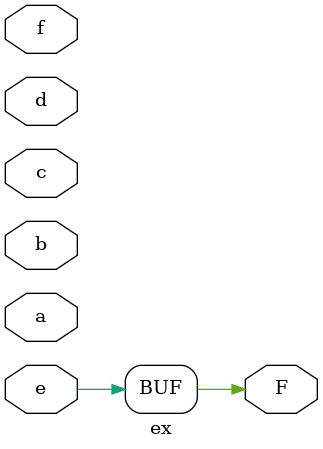
<source format=v>

module ex ( 
    a, b, c, d, e, f,
    F  );
  input  a, b, c, d, e, f;
  output F;
  assign F = e;
endmodule



</source>
